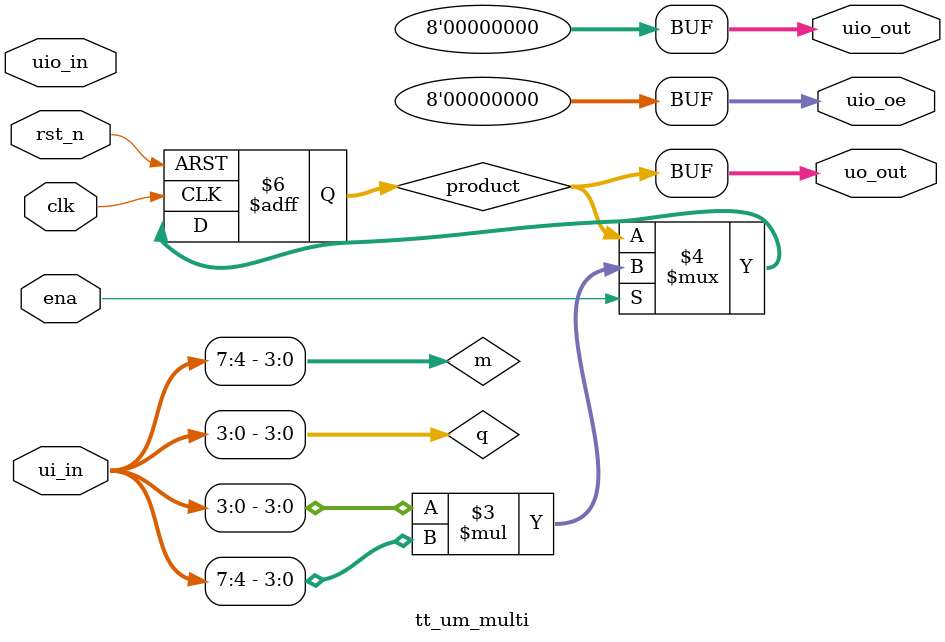
<source format=v>
module tt_um_multi (
    input  wire [7:0] ui_in,    // Dedicated inputs
    output wire [7:0] uo_out,   // Dedicated outputs
    input  wire [7:0] uio_in,   // IOs: Input path
    output wire [7:0] uio_out,  // IOs: Output path
    output wire [7:0] uio_oe,   // IOs: Enable path (active high: 0=input, 1=output)
    input  wire       ena,      // Will go high when the design is enabled
    input  wire       clk,      // Clock
    input  wire       rst_n     // Reset_n - low to reset
);

    // Map inputs
    wire [3:0] q;  // Multiplicand (q)
    wire [3:0] m;  // Multiplier (m)

    assign q = ui_in[3:0]; // q[0] = ui[0], q[1] = ui[1], q[2] = ui[2], q[3] = ui[3]
    assign m = ui_in[7:4]; // m[0] = ui[4], m[1] = ui[5], m[2] = ui[6], m[3] = ui[7]

    // Register to store the product
    reg [7:0] product;

    // Set IO pins to inactive (not used)
    assign uio_out = 8'b0;  // All bidirectional outputs are zero
    assign uio_oe = 8'b0;   // All bidirectional outputs are disabled

    // Output assignment
    assign uo_out = product; // Map the product to uo_out (p[0] to p[7])

    // Multiplier logic
    always @(posedge clk or negedge rst_n) begin
        if (!rst_n) begin
            product <= 8'b0;  // Reset the product to 0
        end else if (ena) begin
            product <= q * m; // Perform 4x4 multiplication when enabled
        end
    end

endmodule


</source>
